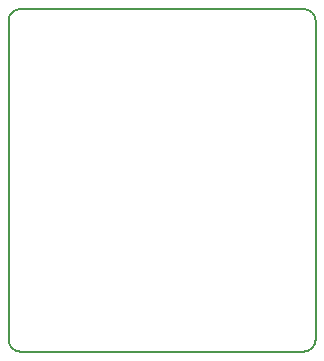
<source format=gbr>
G04 DipTrace 3.3.1.1*
G04 BoardOutline.gbr*
%MOMM*%
G04 #@! TF.FileFunction,Profile*
G04 #@! TF.Part,Single*
%ADD11C,0.14*%
%FSLAX35Y35*%
G04*
G71*
G90*
G75*
G01*
G04 BoardOutline*
%LPD*%
X100000Y0D2*
D11*
X2500000D1*
G03X2600000Y100000I-2J100002D01*
G01*
Y2800000D1*
G03X2500000Y2900000I-100002J-2D01*
G01*
X100000D1*
G03X0Y2800000I2J-100002D01*
G01*
Y100000D1*
G03X100000Y0I100002J2D01*
G01*
M02*

</source>
